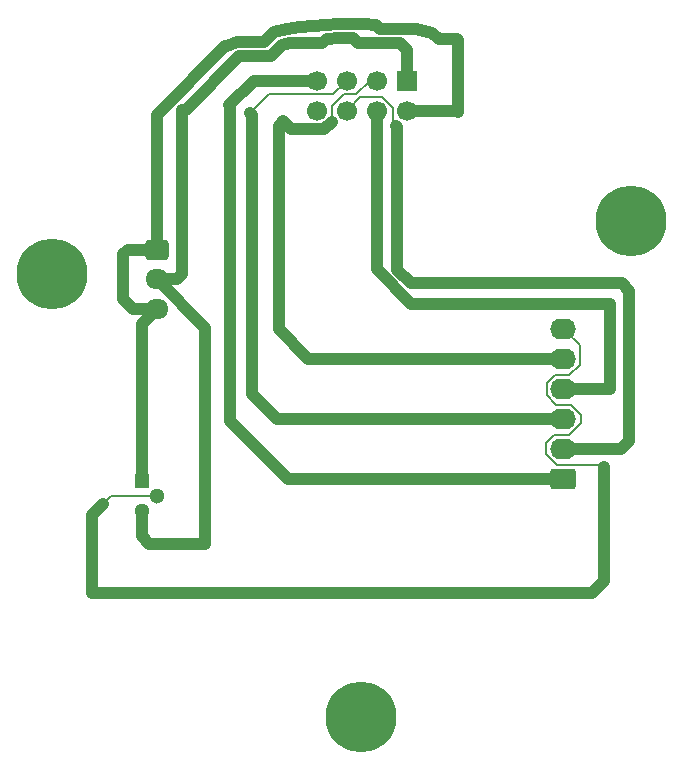
<source format=gbr>
%TF.GenerationSoftware,KiCad,Pcbnew,8.0.4*%
%TF.CreationDate,2024-08-09T17:27:33-06:00*%
%TF.ProjectId,radio,72616469-6f2e-46b6-9963-61645f706362,rev?*%
%TF.SameCoordinates,Original*%
%TF.FileFunction,Copper,L2,Bot*%
%TF.FilePolarity,Positive*%
%FSLAX46Y46*%
G04 Gerber Fmt 4.6, Leading zero omitted, Abs format (unit mm)*
G04 Created by KiCad (PCBNEW 8.0.4) date 2024-08-09 17:27:33*
%MOMM*%
%LPD*%
G01*
G04 APERTURE LIST*
G04 Aperture macros list*
%AMRoundRect*
0 Rectangle with rounded corners*
0 $1 Rounding radius*
0 $2 $3 $4 $5 $6 $7 $8 $9 X,Y pos of 4 corners*
0 Add a 4 corners polygon primitive as box body*
4,1,4,$2,$3,$4,$5,$6,$7,$8,$9,$2,$3,0*
0 Add four circle primitives for the rounded corners*
1,1,$1+$1,$2,$3*
1,1,$1+$1,$4,$5*
1,1,$1+$1,$6,$7*
1,1,$1+$1,$8,$9*
0 Add four rect primitives between the rounded corners*
20,1,$1+$1,$2,$3,$4,$5,0*
20,1,$1+$1,$4,$5,$6,$7,0*
20,1,$1+$1,$6,$7,$8,$9,0*
20,1,$1+$1,$8,$9,$2,$3,0*%
G04 Aperture macros list end*
%TA.AperFunction,ComponentPad*%
%ADD10C,6.000000*%
%TD*%
%TA.AperFunction,ComponentPad*%
%ADD11C,1.700000*%
%TD*%
%TA.AperFunction,ComponentPad*%
%ADD12R,1.700000X1.700000*%
%TD*%
%TA.AperFunction,ComponentPad*%
%ADD13RoundRect,0.250000X0.845000X-0.620000X0.845000X0.620000X-0.845000X0.620000X-0.845000X-0.620000X0*%
%TD*%
%TA.AperFunction,ComponentPad*%
%ADD14O,2.190000X1.740000*%
%TD*%
%TA.AperFunction,ComponentPad*%
%ADD15R,1.300000X1.300000*%
%TD*%
%TA.AperFunction,ComponentPad*%
%ADD16C,1.300000*%
%TD*%
%TA.AperFunction,ComponentPad*%
%ADD17RoundRect,0.250000X-0.725000X0.600000X-0.725000X-0.600000X0.725000X-0.600000X0.725000X0.600000X0*%
%TD*%
%TA.AperFunction,ComponentPad*%
%ADD18O,1.950000X1.700000*%
%TD*%
%TA.AperFunction,ViaPad*%
%ADD19C,0.600000*%
%TD*%
%TA.AperFunction,Conductor*%
%ADD20C,1.000000*%
%TD*%
%TA.AperFunction,Conductor*%
%ADD21C,0.200000*%
%TD*%
G04 APERTURE END LIST*
D10*
%TO.P,tornillo1,1*%
%TO.N,N/C*%
X114026977Y-96610655D03*
%TD*%
%TO.P,tornillo2,2*%
%TO.N,N/C*%
X163051977Y-92160655D03*
%TD*%
%TO.P,tornillo3,3*%
%TO.N,N/C*%
X140176977Y-134135655D03*
%TD*%
D11*
%TO.P,Radio1,8,IRQ*%
%TO.N,unconnected-(Radio1-IRQ-Pad8)*%
X136456977Y-82786155D03*
%TO.P,Radio1,7,MISO*%
%TO.N,misoRadio*%
X136456977Y-80246155D03*
%TO.P,Radio1,6,MOSI*%
%TO.N,mosiRadio*%
X138996977Y-82786155D03*
%TO.P,Radio1,5,SCK*%
%TO.N,sckRadio*%
X138996977Y-80246155D03*
%TO.P,Radio1,4,~{CSN}*%
%TO.N,csnRadio*%
X141536977Y-82786155D03*
%TO.P,Radio1,3,CE*%
%TO.N,ceRadio*%
X141536977Y-80246155D03*
%TO.P,Radio1,2,VCC*%
%TO.N,+3.3V*%
X144076977Y-82786155D03*
D12*
%TO.P,Radio1,1,GND*%
%TO.N,GND*%
X144076977Y-80246155D03*
%TD*%
D13*
%TO.P,conectoresOut1,1,Pin_1*%
%TO.N,misoRadio*%
X157326977Y-113960655D03*
D14*
%TO.P,conectoresOut1,2,Pin_2*%
%TO.N,mosiRadio*%
X157326977Y-111420655D03*
%TO.P,conectoresOut1,3,Pin_3*%
%TO.N,sckRadio*%
X157326977Y-108880655D03*
%TO.P,conectoresOut1,4,Pin_4*%
%TO.N,csnRadio*%
X157326977Y-106340655D03*
%TO.P,conectoresOut1,5,Pin_5*%
%TO.N,ceRadio*%
X157326977Y-103800655D03*
%TO.P,conectoresOut1,6,Pin_6*%
%TO.N,pata2tmp36gz*%
X157326977Y-101260655D03*
%TD*%
D15*
%TO.P,SensorTemperatura1,1,+VS*%
%TO.N,+3.3V*%
X121651977Y-114135655D03*
D16*
%TO.P,SensorTemperatura1,2,VOUT*%
%TO.N,pata2tmp36gz*%
X122921977Y-115405655D03*
%TO.P,SensorTemperatura1,3,GND*%
%TO.N,GND*%
X121651977Y-116675655D03*
%TD*%
D17*
%TO.P,EntradaVoltaje1,1,Pin_1*%
%TO.N,+3.3V*%
X122901977Y-94560655D03*
D18*
%TO.P,EntradaVoltaje1,2,Pin_2*%
%TO.N,GND*%
X122901977Y-97060655D03*
%TO.P,EntradaVoltaje1,3,Pin_3*%
%TO.N,+3.3V*%
X122901977Y-99560655D03*
%TD*%
D19*
%TO.N,+3.3V*%
X148401977Y-82885655D03*
%TD*%
D20*
%TO.N,+3.3V*%
X120101977Y-98735655D02*
X120101977Y-94960655D01*
X122901977Y-99560655D02*
X120926977Y-99560655D01*
X120926977Y-99560655D02*
X120101977Y-98735655D01*
X120101977Y-94960655D02*
X120501977Y-94560655D01*
X120501977Y-94560655D02*
X122901977Y-94560655D01*
X121651977Y-114135655D02*
X121651977Y-100810655D01*
X121651977Y-100810655D02*
X122901977Y-99560655D01*
D21*
%TO.N,pata2tmp36gz*%
X155931977Y-105856025D02*
X155931977Y-106890655D01*
X158851977Y-109235285D02*
X157836607Y-110250655D01*
X158036607Y-107710655D02*
X158851977Y-108526025D01*
D20*
X160751977Y-122585655D02*
X159751977Y-123585655D01*
D21*
X158721977Y-104285285D02*
X157836607Y-105170655D01*
X160631977Y-112790655D02*
X160751977Y-112910655D01*
D20*
X159751977Y-123585655D02*
X117451977Y-123585655D01*
D21*
X157326977Y-101260655D02*
X158721977Y-102655655D01*
X119081977Y-115405655D02*
X122921977Y-115405655D01*
X156617347Y-105170655D02*
X155931977Y-105856025D01*
X155876977Y-111850285D02*
X156817347Y-112790655D01*
X156817347Y-112790655D02*
X160631977Y-112790655D01*
X158721977Y-102655655D02*
X158721977Y-104285285D01*
D20*
X117451977Y-123585655D02*
X117451977Y-117035655D01*
X117451977Y-117035655D02*
X118376977Y-116110655D01*
D21*
X158851977Y-108526025D02*
X158851977Y-109235285D01*
X156561977Y-110250655D02*
X155876977Y-110935655D01*
X157836607Y-110250655D02*
X156561977Y-110250655D01*
X156751977Y-107710655D02*
X158036607Y-107710655D01*
D20*
X160751977Y-112910655D02*
X160751977Y-122585655D01*
D21*
X157836607Y-105170655D02*
X156617347Y-105170655D01*
X155931977Y-106890655D02*
X156751977Y-107710655D01*
X155876977Y-110935655D02*
X155876977Y-111850285D01*
X118376977Y-116110655D02*
X119081977Y-115405655D01*
D20*
%TO.N,ceRadio*%
X137099009Y-84336155D02*
X137726977Y-83708187D01*
X134277477Y-84336155D02*
X137099009Y-84336155D01*
X133626977Y-83685655D02*
X134277477Y-84336155D01*
D21*
X137726977Y-83708187D02*
X137726977Y-82429809D01*
X140971291Y-80246155D02*
X141536977Y-80246155D01*
X137726977Y-82429809D02*
X138746131Y-81410655D01*
X138746131Y-81410655D02*
X139806791Y-81410655D01*
X139806791Y-81410655D02*
X140971291Y-80246155D01*
D20*
%TO.N,mosiRadio*%
X162876977Y-110735655D02*
X162876977Y-98010655D01*
X143276977Y-96263599D02*
X143276977Y-96235655D01*
X162276977Y-97410655D02*
X144424033Y-97410655D01*
X162191977Y-111420655D02*
X162876977Y-110735655D01*
D21*
X142012823Y-81635655D02*
X140147477Y-81635655D01*
D20*
X144424033Y-97410655D02*
X143276977Y-96263599D01*
X157326977Y-111420655D02*
X162191977Y-111420655D01*
X143276977Y-84178187D02*
X143218211Y-84119421D01*
X162876977Y-98010655D02*
X162276977Y-97410655D01*
X143276977Y-96235655D02*
X143276977Y-84178187D01*
D21*
X140147477Y-81635655D02*
X138996977Y-82786155D01*
X143218211Y-84119421D02*
X142926977Y-83828187D01*
X142926977Y-83828187D02*
X142926977Y-82549809D01*
X142926977Y-82549809D02*
X142012823Y-81635655D01*
D20*
%TO.N,csnRadio*%
X157326977Y-106340655D02*
X161271977Y-106340655D01*
X161326977Y-99160655D02*
X144476977Y-99160655D01*
X161271977Y-106340655D02*
X161326977Y-106285655D01*
X144476977Y-99160655D02*
X141536977Y-96220655D01*
X161326977Y-106285655D02*
X161326977Y-99160655D01*
X141536977Y-96220655D02*
X141536977Y-82786155D01*
%TO.N,ceRadio*%
X133251977Y-101285655D02*
X133251977Y-84060655D01*
X133251977Y-84060655D02*
X133626977Y-83685655D01*
X135766977Y-103800655D02*
X133251977Y-101285655D01*
X157326977Y-103800655D02*
X135766977Y-103800655D01*
%TO.N,sckRadio*%
X130976977Y-83160655D02*
X130801977Y-82985655D01*
X130976977Y-106760655D02*
X130976977Y-83160655D01*
X157326977Y-108880655D02*
X133096977Y-108880655D01*
D21*
X132391477Y-81396155D02*
X137846977Y-81396155D01*
D20*
X133096977Y-108880655D02*
X130976977Y-106760655D01*
D21*
X130801977Y-82985655D02*
X132391477Y-81396155D01*
X137846977Y-81396155D02*
X138996977Y-80246155D01*
D20*
%TO.N,misoRadio*%
X157326977Y-113960655D02*
X134076977Y-113960655D01*
X134076977Y-113960655D02*
X129151977Y-109035655D01*
X129051977Y-82310655D02*
X131116477Y-80246155D01*
X129151977Y-109035655D02*
X129151977Y-82410655D01*
X129151977Y-82410655D02*
X129051977Y-82310655D01*
X131116477Y-80246155D02*
X136456977Y-80246155D01*
%TO.N,GND*%
X122901977Y-97060655D02*
X127001977Y-101160655D01*
X127001977Y-101160655D02*
X127001977Y-119485655D01*
X127001977Y-119485655D02*
X122301977Y-119485655D01*
X122301977Y-119485655D02*
X121651977Y-118835655D01*
X121651977Y-118835655D02*
X121651977Y-116675655D01*
X144076977Y-80246155D02*
X144076977Y-77660655D01*
X144076977Y-77660655D02*
X143498021Y-77081699D01*
X143498021Y-77081699D02*
X139969021Y-77081699D01*
X139499935Y-76645733D02*
X138349159Y-76645733D01*
X139969021Y-77081699D02*
X139516495Y-76629173D01*
X139516495Y-76629173D02*
X139499935Y-76645733D01*
X138349159Y-76645733D02*
X137297343Y-76701466D01*
X137297343Y-76701466D02*
X136938895Y-77059914D01*
X136938895Y-77059914D02*
X134354889Y-77059914D01*
X125051977Y-96635655D02*
X124626977Y-97060655D01*
X134354889Y-77059914D02*
X134162923Y-77090664D01*
X134162923Y-77090664D02*
X133542128Y-77212718D01*
X133542128Y-77212718D02*
X132574706Y-78180140D01*
X132574706Y-78180140D02*
X129909195Y-78180140D01*
X129909195Y-78180140D02*
X125378680Y-82710655D01*
X125378680Y-82710655D02*
X125051977Y-82710655D01*
X125051977Y-82710655D02*
X125051977Y-96635655D01*
X124626977Y-97060655D02*
X122901977Y-97060655D01*
%TO.N,+3.3V*%
X148381195Y-76758421D02*
X148351379Y-76749196D01*
X139417412Y-75427236D02*
X139402299Y-75426969D01*
X137212711Y-75504267D02*
X136121349Y-75600817D01*
X148302477Y-82786155D02*
X148401977Y-82885655D01*
X146264480Y-76199345D02*
X145927387Y-76120612D01*
X146814331Y-76749196D02*
X146264480Y-76199345D01*
X144852340Y-75909225D02*
X144680520Y-75881699D01*
X141833544Y-75881699D02*
X141448561Y-75496716D01*
X133952214Y-75909118D02*
X132877175Y-76120481D01*
X148351379Y-76749196D02*
X146814331Y-76749196D01*
X140497738Y-75446315D02*
X139417412Y-75427236D01*
X145927387Y-76120612D02*
X144852340Y-75909225D01*
X138306802Y-75446294D02*
X137212711Y-75504267D01*
X139402299Y-75426969D02*
X138306802Y-75446294D01*
X129706092Y-76980140D02*
X128884663Y-77266400D01*
X148401977Y-76779203D02*
X148381195Y-76758421D01*
X135034041Y-75735827D02*
X133952214Y-75909118D01*
X132877175Y-76120481D02*
X132017516Y-76980140D01*
X144680520Y-75881699D02*
X141833544Y-75881699D01*
X136121349Y-75600817D02*
X135034041Y-75735827D01*
X132017516Y-76980140D02*
X129706092Y-76980140D01*
X141448561Y-75496716D02*
X140497738Y-75446315D01*
X144076977Y-82786155D02*
X148302477Y-82786155D01*
X148401977Y-82885655D02*
X148401977Y-76779203D01*
X128884663Y-77266400D02*
X128884662Y-77266400D01*
X128884662Y-77266400D02*
X128671456Y-77340700D01*
X128671456Y-77340700D02*
X122901977Y-83110179D01*
X122901977Y-83110179D02*
X122901977Y-94560655D01*
%TD*%
M02*

</source>
